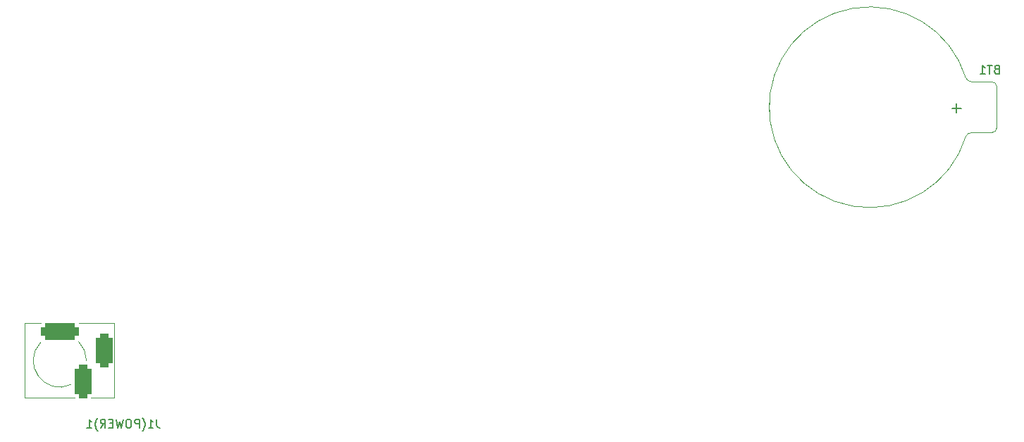
<source format=gbr>
%TF.GenerationSoftware,KiCad,Pcbnew,(6.0.5-0)*%
%TF.CreationDate,2022-07-24T23:08:50-05:00*%
%TF.ProjectId,hps-schematic-2.0,6870732d-7363-4686-956d-617469632d32,rev?*%
%TF.SameCoordinates,PX4c4db10PY8a12ae0*%
%TF.FileFunction,Legend,Bot*%
%TF.FilePolarity,Positive*%
%FSLAX46Y46*%
G04 Gerber Fmt 4.6, Leading zero omitted, Abs format (unit mm)*
G04 Created by KiCad (PCBNEW (6.0.5-0)) date 2022-07-24 23:08:50*
%MOMM*%
%LPD*%
G01*
G04 APERTURE LIST*
G04 Aperture macros list*
%AMRoundRect*
0 Rectangle with rounded corners*
0 $1 Rounding radius*
0 $2 $3 $4 $5 $6 $7 $8 $9 X,Y pos of 4 corners*
0 Add a 4 corners polygon primitive as box body*
4,1,4,$2,$3,$4,$5,$6,$7,$8,$9,$2,$3,0*
0 Add four circle primitives for the rounded corners*
1,1,$1+$1,$2,$3*
1,1,$1+$1,$4,$5*
1,1,$1+$1,$6,$7*
1,1,$1+$1,$8,$9*
0 Add four rect primitives between the rounded corners*
20,1,$1+$1,$2,$3,$4,$5,0*
20,1,$1+$1,$4,$5,$6,$7,0*
20,1,$1+$1,$6,$7,$8,$9,0*
20,1,$1+$1,$8,$9,$2,$3,0*%
G04 Aperture macros list end*
%ADD10C,0.150000*%
%ADD11C,0.120000*%
%ADD12C,3.200000*%
%ADD13R,1.600000X1.600000*%
%ADD14O,1.600000X1.600000*%
%ADD15C,2.000000*%
%ADD16R,1.700000X1.700000*%
%ADD17O,1.700000X1.700000*%
%ADD18R,1.400000X1.400000*%
%ADD19C,1.400000*%
%ADD20RoundRect,0.500000X1.750000X0.500000X-1.750000X0.500000X-1.750000X-0.500000X1.750000X-0.500000X0*%
%ADD21RoundRect,0.500000X-0.500000X1.500000X-0.500000X-1.500000X0.500000X-1.500000X0.500000X1.500000X0*%
%ADD22R,3.000000X3.000000*%
%ADD23C,3.000000*%
G04 APERTURE END LIST*
D10*
%TO.C,J1(POWER)1*%
X29423809Y8167620D02*
X29423809Y7453334D01*
X29471428Y7310477D01*
X29566666Y7215239D01*
X29709523Y7167620D01*
X29804761Y7167620D01*
X28423809Y7167620D02*
X28995238Y7167620D01*
X28709523Y7167620D02*
X28709523Y8167620D01*
X28804761Y8024762D01*
X28900000Y7929524D01*
X28995238Y7881905D01*
X27709523Y6786667D02*
X27757142Y6834286D01*
X27852380Y6977143D01*
X27900000Y7072381D01*
X27947619Y7215239D01*
X27995238Y7453334D01*
X27995238Y7643810D01*
X27947619Y7881905D01*
X27900000Y8024762D01*
X27852380Y8120000D01*
X27757142Y8262858D01*
X27709523Y8310477D01*
X27328571Y7167620D02*
X27328571Y8167620D01*
X26947619Y8167620D01*
X26852380Y8120000D01*
X26804761Y8072381D01*
X26757142Y7977143D01*
X26757142Y7834286D01*
X26804761Y7739048D01*
X26852380Y7691429D01*
X26947619Y7643810D01*
X27328571Y7643810D01*
X26138095Y8167620D02*
X25947619Y8167620D01*
X25852380Y8120000D01*
X25757142Y8024762D01*
X25709523Y7834286D01*
X25709523Y7500953D01*
X25757142Y7310477D01*
X25852380Y7215239D01*
X25947619Y7167620D01*
X26138095Y7167620D01*
X26233333Y7215239D01*
X26328571Y7310477D01*
X26376190Y7500953D01*
X26376190Y7834286D01*
X26328571Y8024762D01*
X26233333Y8120000D01*
X26138095Y8167620D01*
X25376190Y8167620D02*
X25138095Y7167620D01*
X24947619Y7881905D01*
X24757142Y7167620D01*
X24519047Y8167620D01*
X24138095Y7691429D02*
X23804761Y7691429D01*
X23661904Y7167620D02*
X24138095Y7167620D01*
X24138095Y8167620D01*
X23661904Y8167620D01*
X22661904Y7167620D02*
X22995238Y7643810D01*
X23233333Y7167620D02*
X23233333Y8167620D01*
X22852380Y8167620D01*
X22757142Y8120000D01*
X22709523Y8072381D01*
X22661904Y7977143D01*
X22661904Y7834286D01*
X22709523Y7739048D01*
X22757142Y7691429D01*
X22852380Y7643810D01*
X23233333Y7643810D01*
X22328571Y6786667D02*
X22280952Y6834286D01*
X22185714Y6977143D01*
X22138095Y7072381D01*
X22090476Y7215239D01*
X22042857Y7453334D01*
X22042857Y7643810D01*
X22090476Y7881905D01*
X22138095Y8024762D01*
X22185714Y8120000D01*
X22280952Y8262858D01*
X22328571Y8310477D01*
X21042857Y7167620D02*
X21614285Y7167620D01*
X21328571Y7167620D02*
X21328571Y8167620D01*
X21423809Y8024762D01*
X21519047Y7929524D01*
X21614285Y7881905D01*
%TO.C,BT1*%
X130305714Y50291429D02*
X130162857Y50243810D01*
X130115238Y50196191D01*
X130067619Y50100953D01*
X130067619Y49958096D01*
X130115238Y49862858D01*
X130162857Y49815239D01*
X130258095Y49767620D01*
X130639047Y49767620D01*
X130639047Y50767620D01*
X130305714Y50767620D01*
X130210476Y50720000D01*
X130162857Y50672381D01*
X130115238Y50577143D01*
X130115238Y50481905D01*
X130162857Y50386667D01*
X130210476Y50339048D01*
X130305714Y50291429D01*
X130639047Y50291429D01*
X129781904Y50767620D02*
X129210476Y50767620D01*
X129496190Y49767620D02*
X129496190Y50767620D01*
X128353333Y49767620D02*
X128924761Y49767620D01*
X128639047Y49767620D02*
X128639047Y50767620D01*
X128734285Y50624762D01*
X128829523Y50529524D01*
X128924761Y50481905D01*
X126091428Y45612858D02*
X124948571Y45612858D01*
X125520000Y45041429D02*
X125520000Y46184286D01*
D11*
%TO.C,J1(POWER)1*%
X13580000Y10740000D02*
X19530000Y10740000D01*
X24280000Y19740000D02*
X20030000Y19740000D01*
X13580000Y19740000D02*
X13580000Y10740000D01*
X24280000Y10740000D02*
X21530000Y10740000D01*
X13580000Y19740000D02*
X15530000Y19740000D01*
X24280000Y19740000D02*
X24280000Y10740000D01*
X15480000Y17440000D02*
G75*
G03*
X19163705Y12373755I2300000J-2200000D01*
G01*
X20980000Y15240000D02*
G75*
G03*
X20042742Y17502742I-3199997J2D01*
G01*
%TO.C,BT1*%
X129770000Y42670000D02*
X127320000Y42670000D01*
X130320000Y48220000D02*
X130320000Y43220000D01*
X127320000Y48770000D02*
X129770000Y48770000D01*
X130320000Y48220000D02*
G75*
G03*
X129770000Y48770000I-549999J1D01*
G01*
X127320000Y42670000D02*
G75*
G03*
X126615231Y42176515I0J-750000D01*
G01*
X129770000Y42670000D02*
G75*
G03*
X130320000Y43220000I1J549999D01*
G01*
X126615231Y49263485D02*
G75*
G03*
X127320000Y48770000I704769J256515D01*
G01*
X103006557Y46235991D02*
G75*
G03*
X126620000Y42200000I12063443J-515991D01*
G01*
X126620000Y49240000D02*
G75*
G03*
X103006557Y45204009I-11550000J-3520000D01*
G01*
%TD*%
%LPC*%
D12*
%TO.C,H4*%
X134990000Y4780000D03*
%TD*%
D13*
%TO.C,LED_MATRIX1*%
X11430000Y59695000D03*
D14*
X11430000Y57155000D03*
X11430000Y54615000D03*
X11430000Y52075000D03*
X11430000Y49535000D03*
X11430000Y46995000D03*
X11430000Y44455000D03*
X11430000Y41915000D03*
X11430000Y39375000D03*
X11430000Y36835000D03*
X11430000Y34295000D03*
X11430000Y31755000D03*
X19050000Y31755000D03*
X19050000Y34295000D03*
X19050000Y36835000D03*
X19050000Y39375000D03*
X19050000Y41915000D03*
X19050000Y44455000D03*
X19050000Y46995000D03*
X19050000Y49535000D03*
X19050000Y52075000D03*
X19050000Y54615000D03*
X19050000Y57155000D03*
X19050000Y59695000D03*
%TD*%
D13*
%TO.C,RTC1*%
X30490000Y26660000D03*
D14*
X30490000Y24120000D03*
X30490000Y21580000D03*
X30490000Y19040000D03*
X38110000Y19040000D03*
X38110000Y21580000D03*
X38110000Y24120000D03*
X38110000Y26660000D03*
%TD*%
D15*
%TO.C,TP8*%
X97790000Y12700000D03*
%TD*%
%TO.C,TP4*%
X52070000Y25400000D03*
%TD*%
D12*
%TO.C,H2*%
X134990000Y84780000D03*
%TD*%
%TO.C,H3*%
X4990000Y4780000D03*
%TD*%
D15*
%TO.C,TP9*%
X99315000Y26415000D03*
%TD*%
%TO.C,TP6*%
X64770000Y25400000D03*
%TD*%
%TO.C,TP2*%
X3810000Y35560000D03*
%TD*%
%TO.C,TP10*%
X26670000Y20320000D03*
%TD*%
D16*
%TO.C,J2*%
X29210000Y10160000D03*
D17*
X31750000Y10160000D03*
X34290000Y10160000D03*
X36830000Y10160000D03*
X39370000Y10160000D03*
X41910000Y10160000D03*
%TD*%
D12*
%TO.C,H1*%
X4990000Y84780000D03*
%TD*%
D15*
%TO.C,TP7*%
X80010000Y5080000D03*
%TD*%
D13*
%TO.C,ATMega1*%
X53350000Y13980000D03*
D14*
X55890000Y13980000D03*
X58430000Y13980000D03*
X60970000Y13980000D03*
X63510000Y13980000D03*
X66050000Y13980000D03*
X68590000Y13980000D03*
X71130000Y13980000D03*
X73670000Y13980000D03*
X76210000Y13980000D03*
X78750000Y13980000D03*
X81290000Y13980000D03*
X83830000Y13980000D03*
X86370000Y13980000D03*
X86370000Y21600000D03*
X83830000Y21600000D03*
X81290000Y21600000D03*
X78750000Y21600000D03*
X76210000Y21600000D03*
X73670000Y21600000D03*
X71130000Y21600000D03*
X68590000Y21600000D03*
X66050000Y21600000D03*
X63510000Y21600000D03*
X60970000Y21600000D03*
X58430000Y21600000D03*
X55890000Y21600000D03*
X53350000Y21600000D03*
%TD*%
D16*
%TO.C,J1*%
X85090000Y27940000D03*
D17*
X85090000Y30480000D03*
X87630000Y27940000D03*
X87630000Y30480000D03*
X90170000Y27940000D03*
X90170000Y30480000D03*
%TD*%
D15*
%TO.C,TP1*%
X6350000Y66040000D03*
%TD*%
D18*
%TO.C,DS1*%
X62230000Y38100000D03*
D19*
X64770000Y38100000D03*
X67310000Y38100000D03*
X69850000Y38100000D03*
X72390000Y38100000D03*
X74930000Y38100000D03*
X77470000Y38100000D03*
X77470000Y53340000D03*
X74930000Y53340000D03*
X72390000Y53340000D03*
X69850000Y53340000D03*
X67310000Y53340000D03*
X64770000Y53340000D03*
X62230000Y53340000D03*
%TD*%
D15*
%TO.C,TP3*%
X57150000Y25400000D03*
%TD*%
%TO.C,TP5*%
X85090000Y5080000D03*
%TD*%
%TO.C,TP11*%
X67310000Y5080000D03*
%TD*%
D20*
%TO.C,J1(POWER)1*%
X17780000Y18740000D03*
D21*
X23080000Y16440000D03*
X20580000Y12740000D03*
%TD*%
D22*
%TO.C,BT1*%
X128270000Y45720000D03*
D23*
X107780000Y45720000D03*
%TD*%
M02*

</source>
